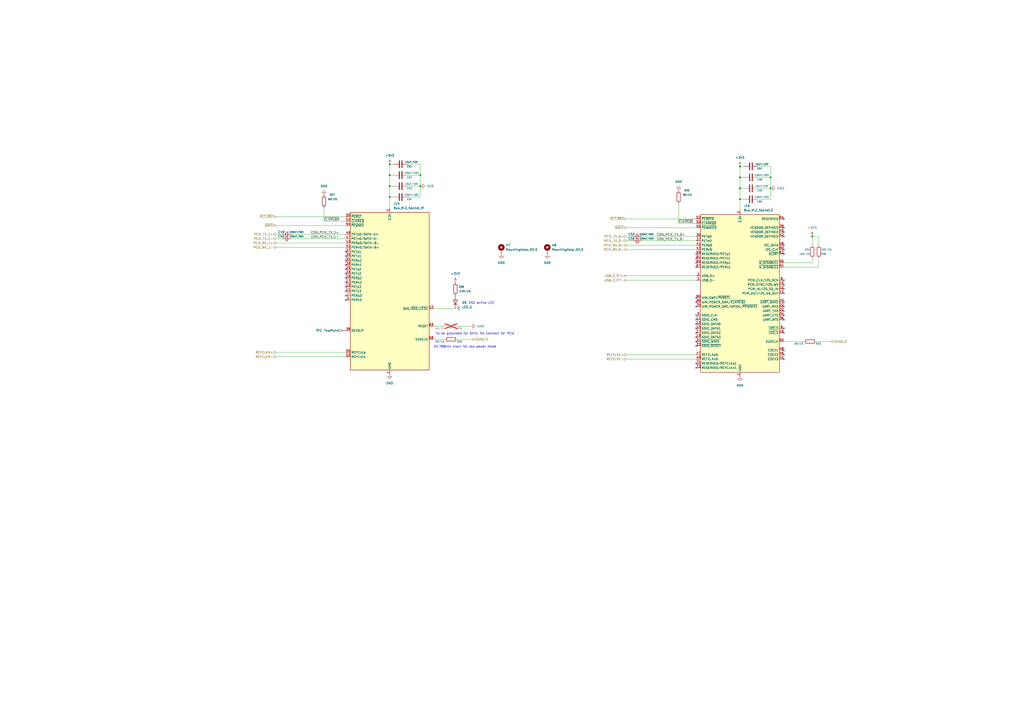
<source format=kicad_sch>
(kicad_sch (version 20250114) (generator "eeschema") (generator_version "9.0")
  (paper "A2")
  (title_block (title "Primer Carrier for LattePanda Mu") (date "2024-03-13") (rev "V1.0.0") (company "DFRobot"))
  (lib_symbols
    (symbol "Connector:Bus_M.2_Socket_E"
      (property "Reference" "J16" (at 2.1941 50.8 0))
      (property "Value" "Bus_M.2_Socket_E" (at 2.1941 48.26 0))
      (symbol "Bus_M.2_Socket_E_0_1"
        (rectangle (start -22.86 45.72) (end 22.86 -45.72) (stroke (width 0.254)) (fill (type background)))
      )
      (symbol "Bus_M.2_Socket_E_1_1"
        (pin output line (at -25.4 43.18 0) (length 2.54) (name "~{PERST0}") (number "52"))
        (pin bidirectional line (at -25.4 40.64 0) (length 2.54) (name "~{CLKREQ0}") (number "53"))
        (pin bidirectional line (at -25.4 38.1 0) (length 2.54) (name "~{PEWAKE0}") (number "55"))
        (pin output line (at -25.4 33.02 0) (length 2.54) (name "PETp0") (number "35"))
        (pin output line (at -25.4 30.48 0) (length 2.54) (name "PETn0") (number "37"))
        (pin input line (at -25.4 27.94 0) (length 2.54) (name "PERp0") (number "41"))
        (pin input line (at -25.4 25.4 0) (length 2.54) (name "PERn0") (number "43"))
        (pin output line (at -25.4 22.86 0) (length 2.54) (name "RESERVED/PETp1") (number "59"))
        (pin output line (at -25.4 20.32 0) (length 2.54) (name "RESERVED/PETn1") (number "61"))
        (pin input line (at -25.4 17.78 0) (length 2.54) (name "RESERVED/PERp1") (number "65"))
        (pin input line (at -25.4 15.24 0) (length 2.54) (name "RESERVED/PERn1") (number "67"))
        (pin bidirectional line (at -25.4 10.16 0) (length 2.54) (name "USB_D+") (number "3"))
        (pin bidirectional line (at -25.4 7.62 0) (length 2.54) (name "USB_D-") (number "5"))
        (pin output line (at -25.4 -2.54 0) (length 2.54) (name "UIM_SWP/~{PERST1}") (number "66"))
        (pin bidirectional line (at -25.4 -5.08 0) (length 2.54) (name "UIM_POWER_SNK/~{CLKREQ1}") (number "68"))
        (pin bidirectional line (at -25.4 -7.62 0) (length 2.54) (name "UIM_POWER_SRC/GPIO1/~{PEWAKE1}") (number "70"))
        (pin output line (at -25.4 -12.7 0) (length 2.54) (name "SDIO_CLK") (number "9"))
        (pin bidirectional line (at -25.4 -15.24 0) (length 2.54) (name "SDIO_CMD") (number "11"))
        (pin bidirectional line (at -25.4 -17.78 0) (length 2.54) (name "SDIO_DATA0") (number "13"))
        (pin bidirectional line (at -25.4 -20.32 0) (length 2.54) (name "SDIO_DATA1") (number "15"))
        (pin bidirectional line (at -25.4 -22.86 0) (length 2.54) (name "SDIO_DATA2") (number "17"))
        (pin bidirectional line (at -25.4 -25.4 0) (length 2.54) (name "SDIO_DATA3") (number "19"))
        (pin input line (at -25.4 -27.94 0) (length 2.54) (name "~{SDIO_WAKE}") (number "21"))
        (pin output line (at -25.4 -30.48 0) (length 2.54) (name "~{SDIO_RESET}") (number "23"))
        (pin output line (at -25.4 -35.56 0) (length 2.54) (name "REFCLKp0") (number "47"))
        (pin output line (at -25.4 -38.1 0) (length 2.54) (name "REFCLKn0") (number "49"))
        (pin output line (at -25.4 -40.64 0) (length 2.54) (name "RESERVED/REFCLKp1") (number "71"))
        (pin output line (at -25.4 -43.18 0) (length 2.54) (name "RESERVED/REFCLKn1") (number "73"))
        (pin power_in line (at 0 48.26 270) (length 2.54) (name "3.3V") (number "2"))
        (pin passive line (at 0 48.26 270) (length 2.54) (hide yes) (name "3.3V") (number "4"))
        (pin passive line (at 0 48.26 270) (length 2.54) (hide yes) (name "3.3V") (number "72"))
        (pin passive line (at 0 48.26 270) (length 2.54) (hide yes) (name "3.3V") (number "74"))
        (pin power_in line (at 0 -48.26 90) (length 2.54) (name "GND") (number "1"))
        (pin passive line (at 0 -48.26 90) (length 2.54) (hide yes) (name "GND") (number "18"))
        (pin passive line (at 0 -48.26 90) (length 2.54) (hide yes) (name "GND") (number "33"))
        (pin passive line (at 0 -48.26 90) (length 2.54) (hide yes) (name "GND") (number "39"))
        (pin passive line (at 0 -48.26 90) (length 2.54) (hide yes) (name "GND") (number "45"))
        (pin passive line (at 0 -48.26 90) (length 2.54) (hide yes) (name "GND") (number "51"))
        (pin passive line (at 0 -48.26 90) (length 2.54) (hide yes) (name "GND") (number "57"))
        (pin passive line (at 0 -48.26 90) (length 2.54) (hide yes) (name "GND") (number "63"))
        (pin passive line (at 0 -48.26 90) (length 2.54) (hide yes) (name "GND") (number "69"))
        (pin passive line (at 0 -48.26 90) (length 2.54) (hide yes) (name "GND") (number "7"))
        (pin passive line (at 0 -48.26 90) (length 2.54) (hide yes) (name "GND") (number "75"))
        (pin passive line (at 0 -48.26 90) (length 2.54) (hide yes) (name "MP1") (number "MP1"))
        (pin passive line (at 0 -48.26 90) (length 2.54) (hide yes) (name "MP2") (number "MP2"))
        (pin passive line (at 25.4 43.18 180) (length 2.54) (name "RESERVED") (number "64"))
        (pin passive line (at 25.4 38.1 180) (length 2.54) (name "VENDOR_DEFINED") (number "38"))
        (pin passive line (at 25.4 35.56 180) (length 2.54) (name "VENDOR_DEFINED") (number "40"))
        (pin passive line (at 25.4 33.02 180) (length 2.54) (name "VENDOR_DEFINED") (number "42"))
        (pin bidirectional line (at 25.4 27.94 180) (length 2.54) (name "I2C_DATA") (number "58"))
        (pin output line (at 25.4 25.4 180) (length 2.54) (name "I2C_CLK") (number "60"))
        (pin input line (at 25.4 22.86 180) (length 2.54) (name "~{ALERT}") (number "62"))
        (pin output line (at 25.4 17.78 180) (length 2.54) (name "~{W_DISABLE1}") (number "56"))
        (pin output line (at 25.4 15.24 180) (length 2.54) (name "~{W_DISABLE2}") (number "54"))
        (pin bidirectional line (at 25.4 7.62 180) (length 2.54) (name "PCM_CLK/I2S_SCK") (number "8"))
        (pin bidirectional line (at 25.4 5.08 180) (length 2.54) (name "PCM_SYNC/I2S_WS") (number "10"))
        (pin input line (at 25.4 2.54 180) (length 2.54) (name "PCM_IN/I2S_SD_IN") (number "12"))
        (pin output line (at 25.4 0 180) (length 2.54) (name "PCM_OUT/I2S_SD_OUT") (number "14"))
        (pin input line (at 25.4 -5.08 180) (length 2.54) (name "~{UART_WAKE}") (number "20"))
        (pin input line (at 25.4 -7.62 180) (length 2.54) (name "UART_RXD") (number "22"))
        (pin output line (at 25.4 -10.16 180) (length 2.54) (name "UART_TXD") (number "32"))
        (pin input line (at 25.4 -12.7 180) (length 2.54) (name "UART_CTS") (number "34"))
        (pin output line (at 25.4 -15.24 180) (length 2.54) (name "UART_RTS") (number "36"))
        (pin open_collector line (at 25.4 -20.32 180) (length 2.54) (name "~{LED_1}") (number "6"))
        (pin open_collector line (at 25.4 -22.86 180) (length 2.54) (name "~{LED_2}") (number "16"))
        (pin output line (at 25.4 -27.94 180) (length 2.54) (name "SUSCLK") (number "50"))
        (pin bidirectional line (at 25.4 -33.02 180) (length 2.54) (name "COEX1") (number "48"))
        (pin bidirectional line (at 25.4 -35.56 180) (length 2.54) (name "COEX2") (number "46"))
        (pin bidirectional line (at 25.4 -38.1 180) (length 2.54) (name "COEX3") (number "44"))
      )
    )
    (symbol "Connector:Bus_M.2_Socket_M"
      (property "Reference" "J15" (at 2.1941 50.8 0))
      (property "Value" "Bus_M.2_Socket_M" (at 2.1941 48.26 0))
      (symbol "Bus_M.2_Socket_M_0_1"
        (rectangle (start -22.86 45.72) (end 22.86 -45.72) (stroke (width 0.254)) (fill (type background)))
      )
      (symbol "Bus_M.2_Socket_M_1_1"
        (pin output line (at -25.4 43.18 0) (length 2.54) (name "~{PERST}") (number "50"))
        (pin bidirectional line (at -25.4 40.64 0) (length 2.54) (name "~{CLKREQ}") (number "52"))
        (pin bidirectional line (at -25.4 38.1 0) (length 2.54) (name "~{PEWAKE}") (number "54"))
        (pin output line (at -25.4 33.02 0) (length 2.54) (name "PETp0/SATA-A+") (number "49"))
        (pin output line (at -25.4 30.48 0) (length 2.54) (name "PETn0/SATA-A-") (number "47"))
        (pin input line (at -25.4 27.94 0) (length 2.54) (name "PERp0/SATA-B-") (number "43"))
        (pin input line (at -25.4 25.4 0) (length 2.54) (name "PERn0/SATA-B+") (number "41"))
        (pin output line (at -25.4 22.86 0) (length 2.54) (name "PETp1") (number "37"))
        (pin output line (at -25.4 20.32 0) (length 2.54) (name "PETn1") (number "35"))
        (pin input line (at -25.4 17.78 0) (length 2.54) (name "PERp1") (number "31"))
        (pin input line (at -25.4 15.24 0) (length 2.54) (name "PERn1") (number "29"))
        (pin output line (at -25.4 12.7 0) (length 2.54) (name "PETp2") (number "25"))
        (pin output line (at -25.4 10.16 0) (length 2.54) (name "PETn2") (number "23"))
        (pin input line (at -25.4 7.62 0) (length 2.54) (name "PERp2") (number "19"))
        (pin input line (at -25.4 5.08 0) (length 2.54) (name "PERn2") (number "17"))
        (pin output line (at -25.4 2.54 0) (length 2.54) (name "PETp3") (number "13"))
        (pin output line (at -25.4 0 0) (length 2.54) (name "PETn3") (number "11"))
        (pin input line (at -25.4 -2.54 0) (length 2.54) (name "PERp3") (number "7"))
        (pin input line (at -25.4 -5.08 0) (length 2.54) (name "PERn3") (number "5"))
        (pin output line (at -25.4 -22.86 0) (length 2.54) (name "DEVSLP") (number "38"))
        (pin output line (at -25.4 -35.56 0) (length 2.54) (name "REFCLKp") (number "55"))
        (pin output line (at -25.4 -38.1 0) (length 2.54) (name "REFCLKn") (number "53"))
        (pin passive line (at 0 48.26 270) (length 2.54) (hide yes) (name "3.3V") (number "12"))
        (pin passive line (at 0 48.26 270) (length 2.54) (hide yes) (name "3.3V") (number "14"))
        (pin passive line (at 0 48.26 270) (length 2.54) (hide yes) (name "3.3V") (number "16"))
        (pin passive line (at 0 48.26 270) (length 2.54) (hide yes) (name "3.3V") (number "18"))
        (pin power_in line (at 0 48.26 270) (length 2.54) (name "3.3V") (number "2"))
        (pin passive line (at 0 48.26 270) (length 2.54) (hide yes) (name "3.3V") (number "4"))
        (pin passive line (at 0 48.26 270) (length 2.54) (hide yes) (name "3.3V") (number "70"))
        (pin passive line (at 0 48.26 270) (length 2.54) (hide yes) (name "3.3V") (number "72"))
        (pin passive line (at 0 48.26 270) (length 2.54) (hide yes) (name "3.3V") (number "74"))
        (pin power_in line (at 0 -48.26 90) (length 2.54) (name "GND") (number "1"))
        (pin passive line (at 0 -48.26 90) (length 2.54) (hide yes) (name "GND") (number "15"))
        (pin passive line (at 0 -48.26 90) (length 2.54) (hide yes) (name "GND") (number "21"))
        (pin passive line (at 0 -48.26 90) (length 2.54) (hide yes) (name "GND") (number "27"))
        (pin passive line (at 0 -48.26 90) (length 2.54) (hide yes) (name "GND") (number "3"))
        (pin passive line (at 0 -48.26 90) (length 2.54) (hide yes) (name "GND") (number "33"))
        (pin passive line (at 0 -48.26 90) (length 2.54) (hide yes) (name "GND") (number "39"))
        (pin passive line (at 0 -48.26 90) (length 2.54) (hide yes) (name "GND") (number "45"))
        (pin passive line (at 0 -48.26 90) (length 2.54) (hide yes) (name "GND") (number "51"))
        (pin passive line (at 0 -48.26 90) (length 2.54) (hide yes) (name "GND") (number "57"))
        (pin passive line (at 0 -48.26 90) (length 2.54) (hide yes) (name "GND") (number "71"))
        (pin passive line (at 0 -48.26 90) (length 2.54) (hide yes) (name "GND") (number "73"))
        (pin passive line (at 0 -48.26 90) (length 2.54) (hide yes) (name "GND") (number "75"))
        (pin passive line (at 0 -48.26 90) (length 2.54) (hide yes) (name "GND") (number "9"))
        (pin passive line (at 0 -48.26 90) (length 2.54) (hide yes) (name "MP1") (number "MP1"))
        (pin passive line (at 0 -48.26 90) (length 2.54) (hide yes) (name "MP2") (number "MP2"))
        (pin no_connect line (at 22.86 40.64 180) (length 2.54) (hide yes) (name "NC") (number "58"))
        (pin no_connect line (at 22.86 38.1 180) (length 2.54) (hide yes) (name "NC") (number "56"))
        (pin no_connect line (at 22.86 35.56 180) (length 2.54) (hide yes) (name "NC") (number "48"))
        (pin no_connect line (at 22.86 33.02 180) (length 2.54) (hide yes) (name "NC") (number "46"))
        (pin no_connect line (at 22.86 30.48 180) (length 2.54) (hide yes) (name "NC") (number "44"))
        (pin no_connect line (at 22.86 27.94 180) (length 2.54) (hide yes) (name "NC") (number "42"))
        (pin no_connect line (at 22.86 25.4 180) (length 2.54) (hide yes) (name "NC") (number "40"))
        (pin no_connect line (at 22.86 22.86 180) (length 2.54) (hide yes) (name "NC") (number "36"))
        (pin no_connect line (at 22.86 20.32 180) (length 2.54) (hide yes) (name "NC") (number "34"))
        (pin no_connect line (at 22.86 17.78 180) (length 2.54) (hide yes) (name "NC") (number "32"))
        (pin no_connect line (at 22.86 15.24 180) (length 2.54) (hide yes) (name "NC") (number "30"))
        (pin no_connect line (at 22.86 12.7 180) (length 2.54) (hide yes) (name "NC") (number "28"))
        (pin no_connect line (at 22.86 10.16 180) (length 2.54) (hide yes) (name "NC") (number "26"))
        (pin no_connect line (at 22.86 7.62 180) (length 2.54) (hide yes) (name "NC") (number "24"))
        (pin no_connect line (at 22.86 5.08 180) (length 2.54) (hide yes) (name "NC") (number "22"))
        (pin no_connect line (at 22.86 2.54 180) (length 2.54) (hide yes) (name "NC") (number "20"))
        (pin no_connect line (at 22.86 0 180) (length 2.54) (hide yes) (name "NC") (number "8"))
        (pin no_connect line (at 22.86 -2.54 180) (length 2.54) (hide yes) (name "NC") (number "6"))
        (pin no_connect line (at 22.86 -5.08 180) (length 2.54) (hide yes) (name "NC") (number "67"))
        (pin bidirectional line (at 25.4 -10.16 180) (length 2.54) (name "DAS/~{DSS}/~{LED1}") (number "10"))
        (pin passive line (at 25.4 -20.32 180) (length 2.54) (name "PEDET") (number "69"))
        (pin output line (at 25.4 -27.94 180) (length 2.54) (name "SUSCLK") (number "68"))
      )
    )
    (symbol "Connector:TestPoint" (pin_numbers (hide yes)) (pin_names (offset 0.762) (hide yes))
      (property "Reference" "TP" (at 0 6.858 0))
      (property "Value" "TestPoint" (at 0 5.08 0))
      (symbol "TestPoint_0_1"
        (circle (center 0 3.302) (radius 0.762))
      )
      (symbol "TestPoint_1_1"
        (pin passive line (at 0 0 90) (length 2.54) (name "1") (number "1"))
      )
    )
    (symbol "Device:C" (pin_numbers (hide yes)) (pin_names (offset 0.254))
      (property "Reference" "C" (at 0.635 2.54 0))
      (property "Value" "C" (at 0.635 -2.54 0))
      (symbol "C_0_1"
        (polyline (pts (xy -2.032 0.762) (xy 2.032 0.762)) (stroke (width 0.508)))
        (polyline (pts (xy -2.032 -0.762) (xy 2.032 -0.762)) (stroke (width 0.508)))
      )
      (symbol "C_1_1"
        (pin passive line (at 0 3.81 270) (length 2.794) (name "~") (number "1"))
        (pin passive line (at 0 -3.81 90) (length 2.794) (name "~") (number "2"))
      )
    )
    (symbol "Device:C_Small" (pin_numbers (hide yes)) (pin_names (offset 0.254) (hide yes))
      (property "Reference" "C" (at 0.254 1.778 0))
      (property "Value" "C_Small" (at 0.254 -2.032 0))
      (symbol "C_Small_0_1"
        (polyline (pts (xy -1.524 0.508) (xy 1.524 0.508)) (stroke (width 0.3048)))
        (polyline (pts (xy -1.524 -0.508) (xy 1.524 -0.508)) (stroke (width 0.3302)))
      )
      (symbol "C_Small_1_1"
        (pin passive line (at 0 2.54 270) (length 2.032) (name "~") (number "1"))
        (pin passive line (at 0 -2.54 90) (length 2.032) (name "~") (number "2"))
      )
    )
    (symbol "Device:LED" (pin_numbers (hide yes)) (pin_names (offset 1.016) (hide yes))
      (property "Reference" "D" (at 0 2.54 0))
      (property "Value" "LED" (at 0 -2.54 0))
      (symbol "LED_0_1"
        (polyline (pts (xy -3.048 -0.762) (xy -4.572 -2.286) (xy -3.81 -2.286) (xy -4.572 -2.286) (xy -4.572 -1.524)))
        (polyline (pts (xy -1.778 -0.762) (xy -3.302 -2.286) (xy -2.54 -2.286) (xy -3.302 -2.286) (xy -3.302 -1.524)))
        (polyline (pts (xy -1.27 0) (xy 1.27 0)))
        (polyline (pts (xy -1.27 -1.27) (xy -1.27 1.27)) (stroke (width 0.254)))
        (polyline (pts (xy 1.27 -1.27) (xy 1.27 1.27) (xy -1.27 0) (xy 1.27 -1.27)) (stroke (width 0.254)))
      )
      (symbol "LED_1_1"
        (pin passive line (at -3.81 0 0) (length 2.54) (name "K") (number "1"))
        (pin passive line (at 3.81 0 180) (length 2.54) (name "A") (number "2"))
      )
    )
    (symbol "Device:R" (pin_numbers (hide yes)) (pin_names (offset 0))
      (property "Reference" "R" (at 2.032 0 90))
      (property "Value" "R" (at 0 0 90))
      (symbol "R_0_1"
        (rectangle (start -1.016 -2.54) (end 1.016 2.54) (stroke (width 0.254)))
      )
      (symbol "R_1_1"
        (pin passive line (at 0 3.81 270) (length 1.27) (name "~") (number "1"))
        (pin passive line (at 0 -3.81 90) (length 1.27) (name "~") (number "2"))
      )
    )
    (symbol "Mechanical:MountingHole_Pad" (pin_numbers (hide yes)) (pin_names (offset 1.016) (hide yes))
      (property "Reference" "H" (at 0 6.35 0))
      (property "Value" "MountingHole_Pad" (at 0 4.445 0))
      (symbol "MountingHole_Pad_0_1"
        (circle (center 0 1.27) (radius 1.27) (stroke (width 1.27)))
      )
      (symbol "MountingHole_Pad_1_1"
        (pin input line (at 0 -2.54 90) (length 2.54) (name "1") (number "1"))
      )
    )
    (symbol "power:+3V3" (power) (pin_numbers (hide yes)) (pin_names (offset 0) (hide yes))
      (property "Value" "+3V3" (at 0 3.556 0))
      (symbol "+3V3_0_1"
        (polyline (pts (xy -0.762 1.27) (xy 0 2.54)))
        (polyline (pts (xy 0 2.54) (xy 0.762 1.27)))
        (polyline (pts (xy 0 0) (xy 0 2.54)))
      )
      (symbol "+3V3_1_1"
        (pin power_in line (at 0 0 90) (length 0) (name "~") (number "1"))
      )
    )
    (symbol "power:GND" (power) (pin_numbers (hide yes)) (pin_names (offset 0) (hide yes))
      (property "Value" "GND" (at 0 -3.81 0))
      (symbol "GND_0_1"
        (polyline (pts (xy 0 0) (xy 0 -1.27) (xy 1.27 -1.27) (xy 0 -2.54) (xy -1.27 -1.27) (xy 0 -1.27)))
      )
      (symbol "GND_1_1"
        (pin power_in line (at 0 0 270) (length 0) (name "~") (number "1"))
      )
    )
  )
  (text "To be grounded for SATA, No Connect for PCIe" (at 252.73 194.31 0) (effects (font (size 1.27 1.27)) (justify left bottom)))
  (text "SSD active LED" (at 271.78 176.53 0) (effects (font (size 1.27 1.27)) (justify left bottom)))
  (text "32.768kHz clock for low power mode" (at 251.46 201.93 0) (effects (font (size 1.27 1.27)) (justify left bottom)))
  (junction (at 447.04 109.22))
  (junction (at 429.26 102.87))
  (junction (at 429.26 115.57))
  (junction (at 429.26 109.22))
  (junction (at 471.17 137.16))
  (junction (at 243.84 107.95))
  (junction (at 447.04 102.87))
  (junction (at 226.06 114.3))
  (junction (at 226.06 95.25))
  (junction (at 226.06 101.6))
  (junction (at 429.26 96.52))
  (junction (at 243.84 101.6))
  (junction (at 226.06 107.95))
  (no_connect (at 200.66 148.59))
  (no_connect (at 403.86 193.04))
  (no_connect (at 454.66 167.64))
  (no_connect (at 403.86 175.26))
  (no_connect (at 403.86 172.72))
  (no_connect (at 454.66 203.2))
  (no_connect (at 403.86 182.88))
  (no_connect (at 454.66 147.32))
  (no_connect (at 454.66 134.62))
  (no_connect (at 454.66 190.5))
  (no_connect (at 200.66 156.21))
  (no_connect (at 200.66 173.99))
  (no_connect (at 403.86 198.12))
  (no_connect (at 403.86 177.8))
  (no_connect (at 403.86 154.94))
  (no_connect (at 403.86 187.96))
  (no_connect (at 200.66 161.29))
  (no_connect (at 403.86 213.36))
  (no_connect (at 200.66 146.05))
  (no_connect (at 200.66 153.67))
  (no_connect (at 403.86 152.4))
  (no_connect (at 454.66 208.28))
  (no_connect (at 200.66 158.75))
  (no_connect (at 454.66 177.8))
  (no_connect (at 454.66 180.34))
  (no_connect (at 454.66 142.24))
  (no_connect (at 403.86 210.82))
  (no_connect (at 403.86 147.32))
  (no_connect (at 454.66 185.42))
  (no_connect (at 200.66 171.45))
  (no_connect (at 403.86 190.5))
  (no_connect (at 403.86 200.66))
  (no_connect (at 454.66 205.74))
  (no_connect (at 403.86 195.58))
  (no_connect (at 403.86 185.42))
  (no_connect (at 200.66 166.37))
  (no_connect (at 454.66 175.26))
  (no_connect (at 403.86 149.86))
  (no_connect (at 454.66 170.18))
  (no_connect (at 454.66 127))
  (no_connect (at 200.66 168.91))
  (no_connect (at 454.66 137.16))
  (no_connect (at 454.66 165.1))
  (no_connect (at 200.66 163.83))
  (no_connect (at 454.66 144.78))
  (no_connect (at 454.66 132.08))
  (no_connect (at 454.66 193.04))
  (no_connect (at 200.66 151.13))
  (no_connect (at 454.66 182.88))
  (no_connect (at 454.66 162.56))
  (wire (pts (xy 236.22 101.6) (xy 243.84 101.6)))
  (wire (pts (xy 226.06 101.6) (xy 226.06 107.95)))
  (wire (pts (xy 243.84 101.6) (xy 243.84 107.95)))
  (wire (pts (xy 429.26 96.52) (xy 429.26 102.87)))
  (wire (pts (xy 160.02 204.47) (xy 200.66 204.47)))
  (wire (pts (xy 187.96 120.65) (xy 187.96 128.27)))
  (wire (pts (xy 439.42 102.87) (xy 447.04 102.87)))
  (wire (pts (xy 429.26 102.87) (xy 431.8 102.87)))
  (wire (pts (xy 160.02 140.97) (xy 200.66 140.97)))
  (wire (pts (xy 474.98 142.24) (xy 474.98 137.16)))
  (wire (pts (xy 226.06 114.3) (xy 226.06 120.65)))
  (wire (pts (xy 363.22 137.16) (xy 367.03 137.16)))
  (wire (pts (xy 429.26 96.52) (xy 431.8 96.52)))
  (wire (pts (xy 251.46 189.23) (xy 257.81 189.23)))
  (wire (pts (xy 160.02 135.89) (xy 163.83 135.89)))
  (wire (pts (xy 187.96 128.27) (xy 200.66 128.27)))
  (wire (pts (xy 454.66 154.94) (xy 474.98 154.94)))
  (wire (pts (xy 243.84 95.25) (xy 243.84 101.6)))
  (wire (pts (xy 363.22 144.78) (xy 403.86 144.78)))
  (wire (pts (xy 363.22 160.02) (xy 403.86 160.02)))
  (wire (pts (xy 226.06 95.25) (xy 228.6 95.25)))
  (wire (pts (xy 160.02 207.01) (xy 200.66 207.01)))
  (wire (pts (xy 251.46 196.85) (xy 257.81 196.85)))
  (wire (pts (xy 439.42 109.22) (xy 447.04 109.22)))
  (wire (pts (xy 471.17 152.4) (xy 471.17 149.86)))
  (wire (pts (xy 439.42 115.57) (xy 447.04 115.57)))
  (wire (pts (xy 473.71 198.12) (xy 482.6 198.12)))
  (wire (pts (xy 393.7 129.54) (xy 403.86 129.54)))
  (wire (pts (xy 474.98 137.16) (xy 471.17 137.16)))
  (wire (pts (xy 160.02 125.73) (xy 200.66 125.73)))
  (wire (pts (xy 471.17 137.16) (xy 471.17 142.24)))
  (wire (pts (xy 265.43 189.23) (xy 273.05 189.23)))
  (wire (pts (xy 236.22 107.95) (xy 243.84 107.95)))
  (wire (pts (xy 228.6 107.95) (xy 226.06 107.95)))
  (wire (pts (xy 228.6 114.3) (xy 226.06 114.3)))
  (wire (pts (xy 226.06 101.6) (xy 228.6 101.6)))
  (wire (pts (xy 363.22 127) (xy 403.86 127)))
  (wire (pts (xy 474.98 154.94) (xy 474.98 149.86)))
  (wire (pts (xy 160.02 138.43) (xy 163.83 138.43)))
  (wire (pts (xy 160.02 130.81) (xy 200.66 130.81)))
  (wire (pts (xy 372.11 139.7) (xy 403.86 139.7)))
  (wire (pts (xy 431.8 115.57) (xy 429.26 115.57)))
  (wire (pts (xy 429.26 115.57) (xy 429.26 121.92)))
  (wire (pts (xy 447.04 115.57) (xy 447.04 109.22)))
  (wire (pts (xy 429.26 102.87) (xy 429.26 109.22)))
  (wire (pts (xy 168.91 135.89) (xy 200.66 135.89)))
  (wire (pts (xy 363.22 208.28) (xy 403.86 208.28)))
  (wire (pts (xy 265.43 196.85) (xy 274.32 196.85)))
  (wire (pts (xy 363.22 162.56) (xy 403.86 162.56)))
  (wire (pts (xy 160.02 143.51) (xy 200.66 143.51)))
  (wire (pts (xy 363.22 205.74) (xy 403.86 205.74)))
  (wire (pts (xy 447.04 102.87) (xy 447.04 109.22)))
  (wire (pts (xy 431.8 109.22) (xy 429.26 109.22)))
  (wire (pts (xy 363.22 139.7) (xy 367.03 139.7)))
  (wire (pts (xy 168.91 138.43) (xy 200.66 138.43)))
  (wire (pts (xy 251.46 179.07) (xy 264.16 179.07)))
  (wire (pts (xy 372.11 137.16) (xy 403.86 137.16)))
  (wire (pts (xy 363.22 132.08) (xy 403.86 132.08)))
  (wire (pts (xy 226.06 107.95) (xy 226.06 114.3)))
  (wire (pts (xy 363.22 142.24) (xy 403.86 142.24)))
  (wire (pts (xy 226.06 95.25) (xy 226.06 101.6)))
  (wire (pts (xy 236.22 95.25) (xy 243.84 95.25)))
  (wire (pts (xy 454.66 198.12) (xy 466.09 198.12)))
  (wire (pts (xy 454.66 152.4) (xy 471.17 152.4)))
  (wire (pts (xy 393.7 118.11) (xy 393.7 129.54)))
  (wire (pts (xy 243.84 114.3) (xy 243.84 107.95)))
  (wire (pts (xy 439.42 96.52) (xy 447.04 96.52)))
  (wire (pts (xy 447.04 96.52) (xy 447.04 102.87)))
  (wire (pts (xy 236.22 114.3) (xy 243.84 114.3)))
  (wire (pts (xy 429.26 109.22) (xy 429.26 115.57)))
  (label "~{CLKREQM}" (at 187.96 128.27 0))
  (label "CON_PCIE_TX_0-" (at 381 139.7 0))
  (label "CON_PCIE_TX_1+" (at 180.34 135.89 0))
  (label "CON_PCIE_TX_0+" (at 381 137.16 0))
  (label "~{CLKREQE}" (at 393.7 129.54 0))
  (label "CON_PCIE_TX_1-" (at 180.34 138.43 0))
  (hierarchical_label "~{PLT_RST}" (shape input) (at 363.22 127 180))
  (hierarchical_label "~{WAKE}" (shape input) (at 160.02 130.81 180))
  (hierarchical_label "~{PLT_RST}" (shape input) (at 160.02 125.73 180))
  (hierarchical_label "USB_2_P7-" (shape bidirectional) (at 363.22 162.56 180))
  (hierarchical_label "PCIE_TX_1+" (shape input) (at 160.02 135.89 180))
  (hierarchical_label "PCIE_TX_0+" (shape input) (at 363.22 137.16 180))
  (hierarchical_label "PCIE_TX_0-" (shape input) (at 363.22 139.7 180))
  (hierarchical_label "PCIE_RX_0+" (shape output) (at 363.22 142.24 180))
  (hierarchical_label "REFCLKM-" (shape input) (at 160.02 207.01 180))
  (hierarchical_label "USB_2_P7+" (shape bidirectional) (at 363.22 160.02 180))
  (hierarchical_label "~{WAKE}" (shape input) (at 363.22 132.08 180))
  (hierarchical_label "PCIE_RX_1+" (shape output) (at 160.02 140.97 180))
  (hierarchical_label "PCIE_RX_0-" (shape output) (at 363.22 144.78 180))
  (hierarchical_label "REFCLKM+" (shape input) (at 160.02 204.47 180))
  (hierarchical_label "REFCLKE-" (shape input) (at 363.22 208.28 180))
  (hierarchical_label "PCIE_RX_1-" (shape output) (at 160.02 143.51 180))
  (hierarchical_label "REFCLKE+" (shape input) (at 363.22 205.74 180))
  (hierarchical_label "SUSCLK" (shape output) (at 274.32 196.85 0))
  (hierarchical_label "SUSCLK" (shape output) (at 482.6 198.12 0))
  (hierarchical_label "PCIE_TX_1-" (shape input) (at 160.02 138.43 180))
  (symbol (lib_id "power:GND") (at 393.7 110.49 180) (unit 1)
    (property "Reference" "#PWR072" (effects (hide yes)))
    (property "Value" "GND" (at 393.7 105.41 0))
  )
  (symbol (lib_id "Device:R") (at 187.96 116.84 180) (unit 1)
    (property "Reference" "R27" (at 194.31 113.03 0) (effects (font (size 1 1)) (justify left)))
    (property "Value" "0R/1%" (at 195.58 115.57 0) (effects (font (size 1 1)) (justify left)))
    (property "Footprint" "A_HDJ_Library:R_0402_1005Metric" (effects (hide yes)))
  )
  (symbol (lib_id "Device:R") (at 474.98 146.05 0) (unit 1)
    (property "Reference" "R35" (at 476.25 147.32 0) (effects (font (size 1 1)) (justify left)))
    (property "Value" "10K/1%" (at 476.25 144.78 0) (effects (font (size 1 1)) (justify left)))
    (property "Footprint" "A_HDJ_Library:R_0402_1005Metric" (effects (hide yes)))
  )
  (symbol (lib_id "power:+3V3") (at 429.26 96.52 0) (unit 1)
    (property "Reference" "#PWR073" (effects (hide yes)))
    (property "Value" "+3V3" (at 429.26 91.44 0))
  )
  (symbol (lib_id "Device:C") (at 435.61 96.52 270) (unit 1)
    (property "Reference" "C57" (at 440.69 97.79 90) (effects (font (size 1 1))))
    (property "Value" "10uF/10V" (at 441.96 95.25 90) (effects (font (size 1 1))))
    (property "Footprint" "A_HDJ_Library:C_0402_1005Metric" (effects (hide yes)))
    (property "SCH_Show_Footprint" "C0402" (effects (hide yes)))
  )
  (symbol (lib_id "Device:R") (at 264.16 167.64 180) (unit 1)
    (property "Reference" "R30" (at 269.24 166.37 0) (effects (font (size 1 1)) (justify left)))
    (property "Value" "2.2K/1%" (at 273.05 168.91 0) (effects (font (size 1 1)) (justify left)))
    (property "Footprint" "A_HDJ_Library:R_0402_1005Metric" (effects (hide yes)))
  )
  (symbol (lib_id "Device:C") (at 435.61 115.57 270) (unit 1)
    (property "Reference" "C60" (at 440.69 116.84 90) (effects (font (size 1 1))))
    (property "Value" "100nF/50V" (at 441.96 114.3 90) (effects (font (size 1 1))))
    (property "Footprint" "A_HDJ_Library:C_0402_1005Metric" (effects (hide yes)))
    (property "SCH_Show_Footprint" "C0402" (effects (hide yes)))
  )
  (symbol (lib_id "Device:C_Small") (at 166.37 138.43 90) (unit 1)
    (property "Reference" "C50" (at 165.1 137.16 90) (effects (justify left)))
    (property "Value" "220nF/50V" (at 167.64 137.16 90) (effects (font (size 1 1)) (justify right)))
    (property "Footprint" "A_HDJ_Library:C_0402_1005Metric" (effects (hide yes)))
    (property "SCH_Show_Footprint" "C0402" (effects (hide yes)))
    (instances (project "[DFR1142]Lite Carrier for LattePanda Mu" (path "" (reference "C50") (unit 1))) (project "LPM-PCIeEx" (path "" (reference "C?") (unit 1))))
  )
  (symbol (lib_id "power:+3V3") (at 471.17 137.16 0) (unit 1)
    (property "Reference" "#PWR076" (effects (hide yes)))
    (property "Value" "+3V3" (at 471.17 132.08 0))
  )
  (symbol (lib_id "power:GND") (at 290.83 147.32 0) (unit 1)
    (property "Reference" "#PWR070" (effects (hide yes)))
    (property "Value" "GND" (at 290.83 152.4 0))
  )
  (symbol (lib_id "Device:C") (at 232.41 107.95 270) (unit 1)
    (property "Reference" "C53" (at 237.49 109.22 90) (effects (font (size 1 1))))
    (property "Value" "10uF/10V" (at 238.76 106.68 90) (effects (font (size 1 1))))
    (property "Footprint" "A_HDJ_Library:C_0402_1005Metric" (effects (hide yes)))
    (property "SCH_Show_Footprint" "C0402" (effects (hide yes)))
  )
  (symbol (lib_id "power:GND") (at 243.84 107.95 90) (unit 1)
    (property "Reference" "#PWR067" (effects (hide yes)))
    (property "Value" "GND" (at 247.65 107.95 90) (effects (justify right)))
  )
  (symbol (lib_id "Device:LED") (at 264.16 175.26 90) (unit 1)
    (property "Reference" "D9" (at 267.97 175.5775 90) (effects (justify right)))
    (property "Value" "LED_G" (at 267.97 178.1175 90) (effects (justify right)))
    (property "Footprint" "A_HDJ_Library:LED_0603_1608Metric" (effects (hide yes)))
    (property "SCH_Show_Footprint" "LED0603" (effects (hide yes)))
  )
  (symbol (lib_id "Connector:Bus_M.2_Socket_E") (at 429.26 170.18 0) (unit 1)
    (property "Reference" "J16" (at 431.4541 119.38 0) (effects (justify left)))
    (property "Value" "Bus_M.2_Socket_E" (at 431.4541 121.92 0) (effects (justify left)))
    (property "Footprint" "A_HDJ_Library:PCIe_M.2_Connectors_P=0.5mm_H=4.2mm_KeyE" (effects (hide yes)))
    (property "Datasheet" "http://read.pudn.com/downloads794/doc/project/3133918/PCIe_M.2_Electromechanical_Spec_Rev1.0_Final_11012013_RS_Clean.pdf#page=150" (effects (hide yes)))
  )
  (symbol (lib_id "power:GND") (at 317.5 147.32 0) (unit 1)
    (property "Reference" "#PWR071" (effects (hide yes)))
    (property "Value" "GND" (at 317.5 152.4 0))
  )
  (symbol (lib_id "Device:C") (at 232.41 101.6 270) (unit 1)
    (property "Reference" "C52" (at 237.49 102.87 90) (effects (font (size 1 1))))
    (property "Value" "100nF/50V" (at 238.76 100.33 90) (effects (font (size 1 1))))
    (property "Footprint" "A_HDJ_Library:C_0402_1005Metric" (effects (hide yes)))
    (property "SCH_Show_Footprint" "C0402" (effects (hide yes)))
  )
  (symbol (lib_id "Connector:TestPoint") (at 200.66 191.77 90) (mirror x) (unit 1)
    (property "Reference" "TP2" (at 186.69 191.77 90) (effects (justify left)))
    (property "Value" "TestPoint" (at 196.85 191.77 90) (effects (justify left)))
    (property "Footprint" "A_HDJ_Library:TestPoint_Pad_D1.5mm" (effects (hide yes)))
  )
  (symbol (lib_id "power:GND") (at 226.06 217.17 0) (unit 1)
    (property "Reference" "#PWR066" (effects (hide yes)))
    (property "Value" "GND" (at 226.06 222.25 0))
  )
  (symbol (lib_id "Device:R") (at 469.9 198.12 90) (unit 1)
    (property "Reference" "R33" (at 476.25 199.39 90) (effects (font (size 1 1)) (justify left)))
    (property "Value" "0R/1%" (at 466.09 199.39 90) (effects (font (size 1 1)) (justify left)))
    (property "Footprint" "A_HDJ_Library:R_0402_1005Metric" (effects (hide yes)))
  )
  (symbol (lib_id "power:GND") (at 447.04 109.22 90) (unit 1)
    (property "Reference" "#PWR075" (effects (hide yes)))
    (property "Value" "GND" (at 450.85 109.22 90) (effects (justify right)))
  )
  (symbol (lib_id "Device:C_Small") (at 166.37 135.89 90) (unit 1)
    (property "Reference" "C49" (at 165.1 134.62 90) (effects (justify left)))
    (property "Value" "220nF/50V" (at 167.64 134.62 90) (effects (font (size 1 1)) (justify right)))
    (property "Footprint" "A_HDJ_Library:C_0402_1005Metric" (effects (hide yes)))
    (property "SCH_Show_Footprint" "C0402" (effects (hide yes)))
    (instances (project "[DFR1142]Lite Carrier for LattePanda Mu" (path "" (reference "C49") (unit 1))) (project "LPM-PCIeEx" (path "" (reference "C?") (unit 1))))
  )
  (symbol (lib_id "Device:C") (at 435.61 109.22 270) (unit 1)
    (property "Reference" "C59" (at 440.69 110.49 90) (effects (font (size 1 1))))
    (property "Value" "10uF/10V" (at 441.96 107.95 90) (effects (font (size 1 1))))
    (property "Footprint" "A_HDJ_Library:C_0402_1005Metric" (effects (hide yes)))
    (property "SCH_Show_Footprint" "C0402" (effects (hide yes)))
  )
  (symbol (lib_id "Mechanical:MountingHole_Pad") (at 317.5 144.78 0) (unit 1)
    (property "Reference" "H8" (at 320.04 142.24 0) (effects (justify left)))
    (property "Value" "MountingHole_M2.0" (at 320.04 144.78 0) (effects (justify left)))
    (property "Footprint" "A_HDJ_Library:MountingHole_2.7mm_M2_Pad_TopOnly" (effects (hide yes)))
  )
  (symbol (lib_id "Device:C_Small") (at 369.57 139.7 90) (unit 1)
    (property "Reference" "C56" (at 368.3 138.43 90) (effects (justify left)))
    (property "Value" "220nF/50V" (at 370.84 138.43 90) (effects (font (size 1 1)) (justify right)))
    (property "Footprint" "A_HDJ_Library:C_0402_1005Metric" (effects (hide yes)))
    (property "SCH_Show_Footprint" "C0402" (effects (hide yes)))
    (instances (project "[DFR1142]Lite Carrier for LattePanda Mu" (path "" (reference "C56") (unit 1))) (project "LPM-PCIeEx" (path "" (reference "C?") (unit 1))))
  )
  (symbol (lib_id "Mechanical:MountingHole_Pad") (at 290.83 144.78 0) (unit 1)
    (property "Reference" "H7" (at 293.37 142.24 0) (effects (justify left)))
    (property "Value" "MountingHole_M2.0" (at 293.37 144.78 0) (effects (justify left)))
    (property "Footprint" "A_HDJ_Library:MountingHole_2.7mm_M2_Pad_TopOnly" (effects (hide yes)))
  )
  (symbol (lib_id "power:GND") (at 187.96 113.03 180) (unit 1)
    (property "Reference" "#PWR064" (effects (hide yes)))
    (property "Value" "GND" (at 187.96 107.95 0))
  )
  (symbol (lib_id "Connector:Bus_M.2_Socket_M") (at 226.06 168.91 0) (unit 1)
    (property "Reference" "J15" (at 228.2541 118.11 0) (effects (justify left)))
    (property "Value" "Bus_M.2_Socket_M" (at 228.2541 120.65 0) (effects (justify left)))
    (property "Footprint" "A_HDJ_Library:PCIe_M.2_Connectors_P=0.5mm_H=4.2mm_KeyM" (effects (hide yes)))
    (property "Datasheet" "http://read.pudn.com/downloads794/doc/project/3133918/PCIe_M.2_Electromechanical_Spec_Rev1.0_Final_11012013_RS_Clean.pdf#page=155" (effects (hide yes)))
  )
  (symbol (lib_id "Device:C") (at 232.41 114.3 270) (unit 1)
    (property "Reference" "C54" (at 237.49 115.57 90) (effects (font (size 1 1))))
    (property "Value" "100nF/50V" (at 238.76 113.03 90) (effects (font (size 1 1))))
    (property "Footprint" "A_HDJ_Library:C_0402_1005Metric" (effects (hide yes)))
    (property "SCH_Show_Footprint" "C0402" (effects (hide yes)))
  )
  (symbol (lib_id "Device:R") (at 393.7 114.3 180) (unit 1)
    (property "Reference" "R32" (at 400.05 110.49 0) (effects (font (size 1 1)) (justify left)))
    (property "Value" "0R/1%" (at 401.32 113.03 0) (effects (font (size 1 1)) (justify left)))
    (property "Footprint" "A_HDJ_Library:R_0402_1005Metric" (effects (hide yes)))
  )
  (symbol (lib_id "Device:C_Small") (at 369.57 137.16 90) (unit 1)
    (property "Reference" "C55" (at 368.3 135.89 90) (effects (justify left)))
    (property "Value" "220nF/50V" (at 370.84 135.89 90) (effects (font (size 1 1)) (justify right)))
    (property "Footprint" "A_HDJ_Library:C_0402_1005Metric" (effects (hide yes)))
    (property "SCH_Show_Footprint" "C0402" (effects (hide yes)))
    (instances (project "[DFR1142]Lite Carrier for LattePanda Mu" (path "" (reference "C55") (unit 1))) (project "LPM-PCIeEx" (path "" (reference "C?") (unit 1))))
  )
  (symbol (lib_id "Device:C") (at 232.41 95.25 270) (unit 1)
    (property "Reference" "C51" (at 237.49 96.52 90) (effects (font (size 1 1))))
    (property "Value" "10uF/10V" (at 238.76 93.98 90) (effects (font (size 1 1))))
    (property "Footprint" "A_HDJ_Library:C_0402_1005Metric" (effects (hide yes)))
    (property "SCH_Show_Footprint" "C0402" (effects (hide yes)))
  )
  (symbol (lib_id "power:GND") (at 429.26 218.44 0) (unit 1)
    (property "Reference" "#PWR074" (effects (hide yes)))
    (property "Value" "GND" (at 429.26 223.52 0))
  )
  (symbol (lib_id "Device:R") (at 261.62 196.85 90) (unit 1)
    (property "Reference" "R29" (at 267.97 198.12 90) (effects (font (size 1 1)) (justify left)))
    (property "Value" "0R/1%" (at 257.81 198.12 90) (effects (font (size 1 1)) (justify left)))
    (property "Footprint" "A_HDJ_Library:R_0402_1005Metric" (effects (hide yes)))
  )
  (symbol (lib_id "power:+3V3") (at 226.06 95.25 0) (unit 1)
    (property "Reference" "#PWR065" (effects (hide yes)))
    (property "Value" "+3V3" (at 226.06 90.17 0))
  )
  (symbol (lib_id "Device:R") (at 261.62 189.23 90) (unit 1) (in_bom no) (on_board no) (dnp yes)
    (property "Reference" "R28" (at 267.97 190.5 90) (effects (font (size 1 1)) (justify left)))
    (property "Value" "0R/1%" (at 257.81 190.5 90) (effects (font (size 1 1)) (justify left)))
    (property "Footprint" "Resistor_SMD:R_0402_1005Metric" (effects (hide yes)))
  )
  (symbol (lib_id "power:GND") (at 273.05 189.23 90) (unit 1)
    (property "Reference" "#PWR069" (effects (hide yes)))
    (property "Value" "GND" (at 276.86 189.23 90) (effects (justify right)))
  )
  (symbol (lib_id "Device:R") (at 471.17 146.05 180) (unit 1)
    (property "Reference" "R34" (at 469.9 144.78 0) (effects (font (size 1 1)) (justify left)))
    (property "Value" "10K/1%" (at 469.9 147.32 0) (effects (font (size 1 1)) (justify left)))
    (property "Footprint" "A_HDJ_Library:R_0402_1005Metric" (effects (hide yes)))
  )
  (symbol (lib_id "power:+3V3") (at 264.16 163.83 0) (unit 1)
    (property "Reference" "#PWR068" (effects (hide yes)))
    (property "Value" "+3V3" (at 264.16 158.75 0))
  )
  (symbol (lib_id "Device:C") (at 435.61 102.87 270) (unit 1)
    (property "Reference" "C58" (at 440.69 104.14 90) (effects (font (size 1 1))))
    (property "Value" "100nF/50V" (at 441.96 101.6 90) (effects (font (size 1 1))))
    (property "Footprint" "A_HDJ_Library:C_0402_1005Metric" (effects (hide yes)))
    (property "SCH_Show_Footprint" "C0402" (effects (hide yes)))
  )
)
</source>
